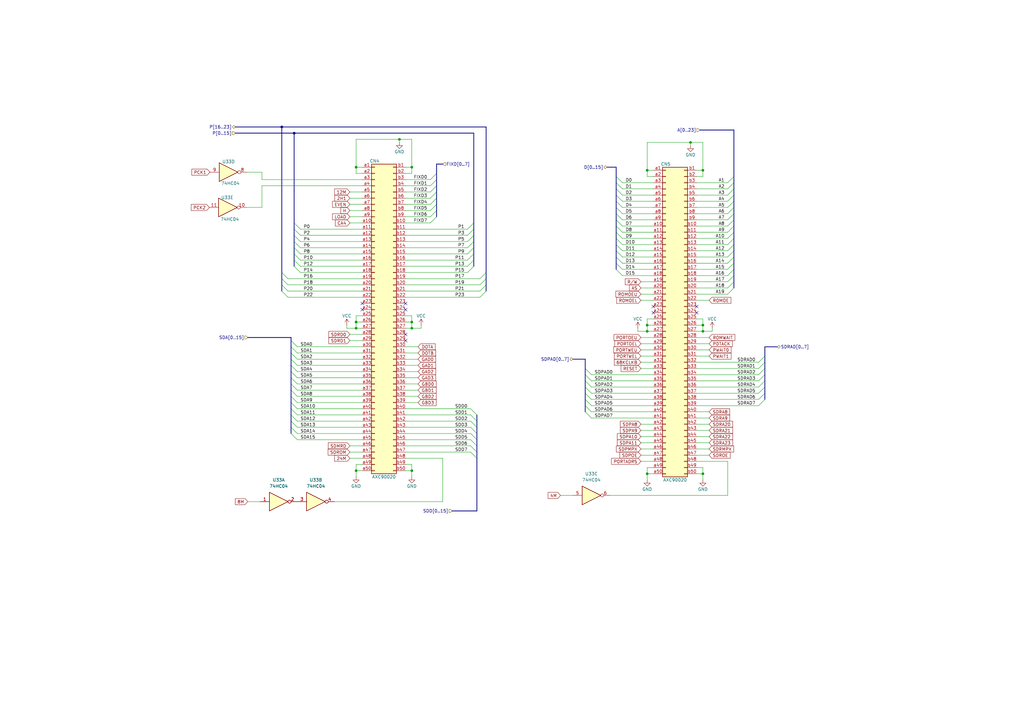
<source format=kicad_sch>
(kicad_sch (version 20211123) (generator eeschema)
  (paper "A3")
  (junction (at 265.43 194.31))
  (junction (at 265.43 133.35))
  (junction (at 283.21 58.42))
  (junction (at 168.91 193.04))
  (junction (at 163.83 57.15))
  (junction (at 146.05 193.04))
  (junction (at 146.05 132.08))
  (junction (at 265.43 69.85))
  (junction (at 115.57 52.07))
  (junction (at 168.91 68.58))
  (junction (at 168.91 134.62))
  (junction (at 288.29 194.31))
  (junction (at 146.05 134.62))
  (junction (at 288.29 69.85))
  (junction (at 146.05 68.58))
  (junction (at 288.29 135.89))
  (junction (at 265.43 135.89))
  (junction (at 120.65 54.61))
  (junction (at 288.29 133.35))
  (junction (at 168.91 132.08))
  (no_connect (at 148.59 124.46))
  (no_connect (at 148.59 127))
  (no_connect (at 166.37 127))
  (no_connect (at 166.37 124.46))
  (no_connect (at 166.37 137.16))
  (no_connect (at 166.37 139.7))
  (no_connect (at 267.97 128.27))
  (no_connect (at 267.97 125.73))
  (no_connect (at 285.75 128.27))
  (no_connect (at 285.75 125.73))
  (bus_entry (at 252.73 102.87) (size 2.54 2.54))
  (bus_entry (at 252.73 74.93) (size 2.54 2.54))
  (bus_entry (at 313.69 161.29) (size -2.54 2.54))
  (bus_entry (at 179.07 71.12) (size -2.54 2.54))
  (bus_entry (at 300.99 72.39) (size -2.54 2.54))
  (bus_entry (at 300.99 118.11) (size -2.54 2.54))
  (bus_entry (at 240.03 153.67) (size 2.54 2.54))
  (bus_entry (at 119.38 160.02) (size 2.54 2.54))
  (bus_entry (at 313.69 153.67) (size -2.54 2.54))
  (bus_entry (at 300.99 80.01) (size -2.54 2.54))
  (bus_entry (at 313.69 146.05) (size -2.54 2.54))
  (bus_entry (at 119.38 154.94) (size 2.54 2.54))
  (bus_entry (at 179.07 83.82) (size -2.54 2.54))
  (bus_entry (at 252.73 97.79) (size 2.54 2.54))
  (bus_entry (at 193.04 172.72) (size 2.54 2.54))
  (bus_entry (at 300.99 87.63) (size -2.54 2.54))
  (bus_entry (at 300.99 77.47) (size -2.54 2.54))
  (bus_entry (at 300.99 90.17) (size -2.54 2.54))
  (bus_entry (at 193.04 177.8) (size 2.54 2.54))
  (bus_entry (at 252.73 87.63) (size 2.54 2.54))
  (bus_entry (at 120.65 109.22) (size 2.54 2.54))
  (bus_entry (at 194.31 99.06) (size -2.54 2.54))
  (bus_entry (at 199.39 116.84) (size -2.54 2.54))
  (bus_entry (at 252.73 110.49) (size 2.54 2.54))
  (bus_entry (at 252.73 90.17) (size 2.54 2.54))
  (bus_entry (at 120.65 106.68) (size 2.54 2.54))
  (bus_entry (at 252.73 77.47) (size 2.54 2.54))
  (bus_entry (at 240.03 151.13) (size 2.54 2.54))
  (bus_entry (at 300.99 102.87) (size -2.54 2.54))
  (bus_entry (at 193.04 182.88) (size 2.54 2.54))
  (bus_entry (at 119.38 152.4) (size 2.54 2.54))
  (bus_entry (at 194.31 104.14) (size -2.54 2.54))
  (bus_entry (at 120.65 91.44) (size 2.54 2.54))
  (bus_entry (at 194.31 106.68) (size -2.54 2.54))
  (bus_entry (at 120.65 99.06) (size 2.54 2.54))
  (bus_entry (at 300.99 113.03) (size -2.54 2.54))
  (bus_entry (at 119.38 157.48) (size 2.54 2.54))
  (bus_entry (at 119.38 170.18) (size 2.54 2.54))
  (bus_entry (at 240.03 166.37) (size 2.54 2.54))
  (bus_entry (at 313.69 151.13) (size -2.54 2.54))
  (bus_entry (at 194.31 109.22) (size -2.54 2.54))
  (bus_entry (at 252.73 100.33) (size 2.54 2.54))
  (bus_entry (at 240.03 156.21) (size 2.54 2.54))
  (bus_entry (at 119.38 167.64) (size 2.54 2.54))
  (bus_entry (at 240.03 163.83) (size 2.54 2.54))
  (bus_entry (at 115.57 116.84) (size 2.54 2.54))
  (bus_entry (at 300.99 100.33) (size -2.54 2.54))
  (bus_entry (at 252.73 85.09) (size 2.54 2.54))
  (bus_entry (at 179.07 73.66) (size -2.54 2.54))
  (bus_entry (at 194.31 96.52) (size -2.54 2.54))
  (bus_entry (at 194.31 101.6) (size -2.54 2.54))
  (bus_entry (at 300.99 97.79) (size -2.54 2.54))
  (bus_entry (at 199.39 114.3) (size -2.54 2.54))
  (bus_entry (at 252.73 105.41) (size 2.54 2.54))
  (bus_entry (at 193.04 167.64) (size 2.54 2.54))
  (bus_entry (at 119.38 177.8) (size 2.54 2.54))
  (bus_entry (at 300.99 82.55) (size -2.54 2.54))
  (bus_entry (at 193.04 180.34) (size 2.54 2.54))
  (bus_entry (at 119.38 175.26) (size 2.54 2.54))
  (bus_entry (at 199.39 111.76) (size -2.54 2.54))
  (bus_entry (at 252.73 82.55) (size 2.54 2.54))
  (bus_entry (at 119.38 165.1) (size 2.54 2.54))
  (bus_entry (at 115.57 119.38) (size 2.54 2.54))
  (bus_entry (at 179.07 86.36) (size -2.54 2.54))
  (bus_entry (at 252.73 92.71) (size 2.54 2.54))
  (bus_entry (at 193.04 170.18) (size 2.54 2.54))
  (bus_entry (at 120.65 96.52) (size 2.54 2.54))
  (bus_entry (at 119.38 139.7) (size 2.54 2.54))
  (bus_entry (at 120.65 101.6) (size 2.54 2.54))
  (bus_entry (at 240.03 168.91) (size 2.54 2.54))
  (bus_entry (at 115.57 114.3) (size 2.54 2.54))
  (bus_entry (at 300.99 92.71) (size -2.54 2.54))
  (bus_entry (at 120.65 104.14) (size 2.54 2.54))
  (bus_entry (at 313.69 148.59) (size -2.54 2.54))
  (bus_entry (at 300.99 95.25) (size -2.54 2.54))
  (bus_entry (at 115.57 111.76) (size 2.54 2.54))
  (bus_entry (at 252.73 80.01) (size 2.54 2.54))
  (bus_entry (at 300.99 107.95) (size -2.54 2.54))
  (bus_entry (at 313.69 158.75) (size -2.54 2.54))
  (bus_entry (at 179.07 88.9) (size -2.54 2.54))
  (bus_entry (at 179.07 76.2) (size -2.54 2.54))
  (bus_entry (at 240.03 161.29) (size 2.54 2.54))
  (bus_entry (at 119.38 147.32) (size 2.54 2.54))
  (bus_entry (at 119.38 144.78) (size 2.54 2.54))
  (bus_entry (at 313.69 163.83) (size -2.54 2.54))
  (bus_entry (at 193.04 175.26) (size 2.54 2.54))
  (bus_entry (at 252.73 72.39) (size 2.54 2.54))
  (bus_entry (at 194.31 93.98) (size -2.54 2.54))
  (bus_entry (at 300.99 115.57) (size -2.54 2.54))
  (bus_entry (at 199.39 119.38) (size -2.54 2.54))
  (bus_entry (at 194.31 91.44) (size -2.54 2.54))
  (bus_entry (at 313.69 156.21) (size -2.54 2.54))
  (bus_entry (at 240.03 158.75) (size 2.54 2.54))
  (bus_entry (at 119.38 162.56) (size 2.54 2.54))
  (bus_entry (at 300.99 110.49) (size -2.54 2.54))
  (bus_entry (at 119.38 172.72) (size 2.54 2.54))
  (bus_entry (at 300.99 85.09) (size -2.54 2.54))
  (bus_entry (at 193.04 185.42) (size 2.54 2.54))
  (bus_entry (at 252.73 107.95) (size 2.54 2.54))
  (bus_entry (at 300.99 74.93) (size -2.54 2.54))
  (bus_entry (at 119.38 142.24) (size 2.54 2.54))
  (bus_entry (at 179.07 78.74) (size -2.54 2.54))
  (bus_entry (at 252.73 95.25) (size 2.54 2.54))
  (bus_entry (at 300.99 105.41) (size -2.54 2.54))
  (bus_entry (at 119.38 149.86) (size 2.54 2.54))
  (bus_entry (at 179.07 81.28) (size -2.54 2.54))
  (bus_entry (at 120.65 93.98) (size 2.54 2.54))
  (wire (pts (xy 290.83 138.43) (xy 285.75 138.43)))
  (wire (pts (xy 121.92 144.78) (xy 148.59 144.78)))
  (wire (pts (xy 146.05 190.5) (xy 146.05 193.04)))
  (wire (pts (xy 176.53 88.9) (xy 166.37 88.9)))
  (wire (pts (xy 265.43 133.35) (xy 265.43 135.89)))
  (wire (pts (xy 262.89 143.51) (xy 267.97 143.51)))
  (wire (pts (xy 146.05 57.15) (xy 163.83 57.15)))
  (wire (pts (xy 121.92 172.72) (xy 148.59 172.72)))
  (bus (pts (xy 120.65 96.52) (xy 120.65 93.98)))
  (wire (pts (xy 267.97 69.85) (xy 265.43 69.85)))
  (wire (pts (xy 298.45 85.09) (xy 285.75 85.09)))
  (wire (pts (xy 267.97 133.35) (xy 265.43 133.35)))
  (wire (pts (xy 146.05 193.04) (xy 148.59 193.04)))
  (wire (pts (xy 290.83 179.07) (xy 285.75 179.07)))
  (wire (pts (xy 191.77 96.52) (xy 166.37 96.52)))
  (bus (pts (xy 119.38 165.1) (xy 119.38 162.56)))
  (wire (pts (xy 262.89 115.57) (xy 267.97 115.57)))
  (wire (pts (xy 148.59 73.66) (xy 107.442 73.66)))
  (bus (pts (xy 300.99 74.93) (xy 300.99 72.39)))
  (bus (pts (xy 115.57 114.3) (xy 115.57 111.76)))
  (wire (pts (xy 196.85 119.38) (xy 166.37 119.38)))
  (bus (pts (xy 252.73 68.58) (xy 248.92 68.58)))
  (wire (pts (xy 146.05 71.12) (xy 146.05 68.58)))
  (bus (pts (xy 300.99 100.33) (xy 300.99 97.79)))
  (wire (pts (xy 168.91 190.5) (xy 168.91 193.04)))
  (wire (pts (xy 146.05 132.08) (xy 146.05 134.62)))
  (bus (pts (xy 300.99 110.49) (xy 300.99 107.95)))
  (wire (pts (xy 285.75 135.89) (xy 288.29 135.89)))
  (bus (pts (xy 240.03 151.13) (xy 240.03 153.67)))
  (wire (pts (xy 265.43 194.31) (xy 265.43 196.85)))
  (wire (pts (xy 265.43 191.77) (xy 265.43 194.31)))
  (bus (pts (xy 194.31 109.22) (xy 194.31 106.68)))
  (wire (pts (xy 118.11 116.84) (xy 148.59 116.84)))
  (wire (pts (xy 181.61 205.74) (xy 137.16 205.74)))
  (bus (pts (xy 119.38 177.8) (xy 119.38 175.26)))
  (wire (pts (xy 262.89 138.43) (xy 267.97 138.43)))
  (wire (pts (xy 290.83 123.19) (xy 285.75 123.19)))
  (wire (pts (xy 267.97 191.77) (xy 265.43 191.77)))
  (wire (pts (xy 193.04 167.64) (xy 166.37 167.64)))
  (bus (pts (xy 240.03 147.32) (xy 240.03 151.13)))
  (wire (pts (xy 298.45 87.63) (xy 285.75 87.63)))
  (wire (pts (xy 262.89 151.13) (xy 267.97 151.13)))
  (bus (pts (xy 240.03 163.83) (xy 240.03 166.37)))
  (wire (pts (xy 288.29 194.31) (xy 288.29 196.85)))
  (wire (pts (xy 121.92 152.4) (xy 148.59 152.4)))
  (wire (pts (xy 298.45 80.01) (xy 285.75 80.01)))
  (wire (pts (xy 255.27 97.79) (xy 267.97 97.79)))
  (wire (pts (xy 288.29 130.81) (xy 288.29 133.35)))
  (bus (pts (xy 300.99 113.03) (xy 300.99 110.49)))
  (bus (pts (xy 96.52 52.07) (xy 115.57 52.07)))
  (wire (pts (xy 288.29 133.35) (xy 288.29 135.89)))
  (wire (pts (xy 123.19 96.52) (xy 148.59 96.52)))
  (bus (pts (xy 115.57 119.38) (xy 115.57 116.84)))
  (bus (pts (xy 120.65 106.68) (xy 120.65 104.14)))
  (bus (pts (xy 252.73 77.47) (xy 252.73 74.93)))
  (wire (pts (xy 311.15 148.59) (xy 285.75 148.59)))
  (wire (pts (xy 166.37 134.62) (xy 168.91 134.62)))
  (wire (pts (xy 121.92 162.56) (xy 148.59 162.56)))
  (wire (pts (xy 121.92 157.48) (xy 148.59 157.48)))
  (wire (pts (xy 191.77 109.22) (xy 166.37 109.22)))
  (wire (pts (xy 262.89 184.15) (xy 267.97 184.15)))
  (wire (pts (xy 166.37 187.96) (xy 181.61 187.96)))
  (bus (pts (xy 119.38 162.56) (xy 119.38 160.02)))
  (bus (pts (xy 240.03 156.21) (xy 240.03 158.75)))
  (bus (pts (xy 318.77 142.24) (xy 313.69 142.24)))
  (wire (pts (xy 242.57 158.75) (xy 267.97 158.75)))
  (bus (pts (xy 101.6 138.43) (xy 119.38 138.43)))
  (bus (pts (xy 199.39 116.84) (xy 199.39 114.3)))
  (wire (pts (xy 191.77 93.98) (xy 166.37 93.98)))
  (wire (pts (xy 163.83 57.15) (xy 163.83 58.42)))
  (wire (pts (xy 255.27 110.49) (xy 267.97 110.49)))
  (bus (pts (xy 300.99 72.39) (xy 300.99 53.34)))
  (bus (pts (xy 194.31 106.68) (xy 194.31 104.14)))
  (bus (pts (xy 119.38 139.7) (xy 119.38 138.43)))
  (bus (pts (xy 119.38 170.18) (xy 119.38 167.64)))
  (wire (pts (xy 123.19 111.76) (xy 148.59 111.76)))
  (wire (pts (xy 242.57 166.37) (xy 267.97 166.37)))
  (wire (pts (xy 290.83 186.69) (xy 285.75 186.69)))
  (bus (pts (xy 234.95 147.32) (xy 240.03 147.32)))
  (bus (pts (xy 179.07 67.31) (xy 181.61 67.31)))
  (wire (pts (xy 290.83 171.45) (xy 285.75 171.45)))
  (wire (pts (xy 148.59 132.08) (xy 146.05 132.08)))
  (bus (pts (xy 119.38 167.64) (xy 119.38 165.1)))
  (wire (pts (xy 261.62 134.62) (xy 261.62 135.89)))
  (bus (pts (xy 199.39 119.38) (xy 199.39 116.84)))
  (bus (pts (xy 194.31 101.6) (xy 194.31 99.06)))
  (wire (pts (xy 311.15 166.37) (xy 285.75 166.37)))
  (wire (pts (xy 143.51 187.96) (xy 148.59 187.96)))
  (bus (pts (xy 252.73 87.63) (xy 252.73 85.09)))
  (wire (pts (xy 148.59 134.62) (xy 146.05 134.62)))
  (wire (pts (xy 168.91 71.12) (xy 166.37 71.12)))
  (bus (pts (xy 300.99 118.11) (xy 300.99 115.57)))
  (wire (pts (xy 288.29 69.85) (xy 285.75 69.85)))
  (wire (pts (xy 288.29 194.31) (xy 285.75 194.31)))
  (bus (pts (xy 195.58 172.72) (xy 195.58 175.26)))
  (wire (pts (xy 288.29 135.89) (xy 292.1 135.89)))
  (bus (pts (xy 300.99 115.57) (xy 300.99 113.03)))
  (wire (pts (xy 123.19 99.06) (xy 148.59 99.06)))
  (wire (pts (xy 290.83 143.51) (xy 285.75 143.51)))
  (wire (pts (xy 290.83 173.99) (xy 285.75 173.99)))
  (bus (pts (xy 120.65 54.61) (xy 194.31 54.61)))
  (bus (pts (xy 300.99 85.09) (xy 300.99 82.55)))
  (wire (pts (xy 168.91 129.54) (xy 168.91 132.08)))
  (wire (pts (xy 191.77 99.06) (xy 166.37 99.06)))
  (wire (pts (xy 298.45 97.79) (xy 285.75 97.79)))
  (wire (pts (xy 176.53 83.82) (xy 166.37 83.82)))
  (wire (pts (xy 168.91 193.04) (xy 168.91 195.58)))
  (wire (pts (xy 121.92 160.02) (xy 148.59 160.02)))
  (wire (pts (xy 123.19 101.6) (xy 148.59 101.6)))
  (wire (pts (xy 298.45 118.11) (xy 285.75 118.11)))
  (wire (pts (xy 288.29 69.85) (xy 288.29 72.39)))
  (wire (pts (xy 262.89 123.19) (xy 267.97 123.19)))
  (wire (pts (xy 285.75 130.81) (xy 288.29 130.81)))
  (wire (pts (xy 121.92 142.24) (xy 148.59 142.24)))
  (bus (pts (xy 120.65 101.6) (xy 120.65 99.06)))
  (bus (pts (xy 240.03 153.67) (xy 240.03 156.21)))
  (wire (pts (xy 262.89 176.53) (xy 267.97 176.53)))
  (bus (pts (xy 119.38 157.48) (xy 119.38 154.94)))
  (wire (pts (xy 298.45 95.25) (xy 285.75 95.25)))
  (wire (pts (xy 191.77 101.6) (xy 166.37 101.6)))
  (bus (pts (xy 194.31 96.52) (xy 194.31 93.98)))
  (wire (pts (xy 298.45 115.57) (xy 285.75 115.57)))
  (wire (pts (xy 121.92 177.8) (xy 148.59 177.8)))
  (wire (pts (xy 255.27 90.17) (xy 267.97 90.17)))
  (wire (pts (xy 191.77 104.14) (xy 166.37 104.14)))
  (wire (pts (xy 191.77 106.68) (xy 166.37 106.68)))
  (bus (pts (xy 313.69 146.05) (xy 313.69 148.59)))
  (bus (pts (xy 252.73 90.17) (xy 252.73 87.63)))
  (bus (pts (xy 195.58 177.8) (xy 195.58 180.34)))
  (wire (pts (xy 267.97 135.89) (xy 265.43 135.89)))
  (wire (pts (xy 171.45 165.1) (xy 166.37 165.1)))
  (wire (pts (xy 143.51 185.42) (xy 148.59 185.42)))
  (wire (pts (xy 121.92 149.86) (xy 148.59 149.86)))
  (wire (pts (xy 176.53 86.36) (xy 166.37 86.36)))
  (wire (pts (xy 146.05 68.58) (xy 146.05 57.15)))
  (wire (pts (xy 176.53 73.66) (xy 166.37 73.66)))
  (bus (pts (xy 195.58 175.26) (xy 195.58 177.8)))
  (bus (pts (xy 313.69 151.13) (xy 313.69 153.67)))
  (wire (pts (xy 121.92 165.1) (xy 148.59 165.1)))
  (wire (pts (xy 193.04 180.34) (xy 166.37 180.34)))
  (wire (pts (xy 121.92 154.94) (xy 148.59 154.94)))
  (bus (pts (xy 96.52 54.61) (xy 120.65 54.61)))
  (wire (pts (xy 262.89 140.97) (xy 267.97 140.97)))
  (wire (pts (xy 171.45 162.56) (xy 166.37 162.56)))
  (wire (pts (xy 288.29 191.77) (xy 288.29 194.31)))
  (wire (pts (xy 298.45 120.65) (xy 285.75 120.65)))
  (wire (pts (xy 123.19 106.68) (xy 148.59 106.68)))
  (wire (pts (xy 171.45 157.48) (xy 166.37 157.48)))
  (bus (pts (xy 119.38 160.02) (xy 119.38 157.48)))
  (wire (pts (xy 262.89 186.69) (xy 267.97 186.69)))
  (bus (pts (xy 195.58 187.96) (xy 195.58 209.55)))
  (wire (pts (xy 288.29 58.42) (xy 288.29 69.85)))
  (wire (pts (xy 292.1 134.62) (xy 292.1 135.89)))
  (bus (pts (xy 194.31 54.61) (xy 194.31 91.44)))
  (wire (pts (xy 181.61 187.96) (xy 181.61 205.74)))
  (wire (pts (xy 229.87 203.2) (xy 234.95 203.2)))
  (bus (pts (xy 199.39 52.07) (xy 115.57 52.07)))
  (bus (pts (xy 252.73 74.93) (xy 252.73 72.39)))
  (wire (pts (xy 298.45 74.93) (xy 285.75 74.93)))
  (wire (pts (xy 262.89 179.07) (xy 267.97 179.07)))
  (wire (pts (xy 242.57 168.91) (xy 267.97 168.91)))
  (wire (pts (xy 290.83 146.05) (xy 285.75 146.05)))
  (wire (pts (xy 255.27 105.41) (xy 267.97 105.41)))
  (wire (pts (xy 290.83 184.15) (xy 285.75 184.15)))
  (wire (pts (xy 171.45 144.78) (xy 166.37 144.78)))
  (bus (pts (xy 120.65 109.22) (xy 120.65 106.68)))
  (wire (pts (xy 255.27 87.63) (xy 267.97 87.63)))
  (bus (pts (xy 313.69 161.29) (xy 313.69 163.83)))
  (bus (pts (xy 179.07 86.36) (xy 179.07 83.82)))
  (bus (pts (xy 287.02 53.34) (xy 300.99 53.34)))
  (wire (pts (xy 143.51 182.88) (xy 148.59 182.88)))
  (bus (pts (xy 300.99 95.25) (xy 300.99 92.71)))
  (bus (pts (xy 199.39 114.3) (xy 199.39 111.76)))
  (wire (pts (xy 255.27 100.33) (xy 267.97 100.33)))
  (wire (pts (xy 265.43 72.39) (xy 265.43 69.85)))
  (wire (pts (xy 193.04 185.42) (xy 166.37 185.42)))
  (wire (pts (xy 166.37 132.08) (xy 168.91 132.08)))
  (bus (pts (xy 119.38 152.4) (xy 119.38 149.86)))
  (wire (pts (xy 118.11 121.92) (xy 148.59 121.92)))
  (wire (pts (xy 143.51 91.44) (xy 148.59 91.44)))
  (wire (pts (xy 265.43 130.81) (xy 265.43 133.35)))
  (bus (pts (xy 252.73 107.95) (xy 252.73 105.41)))
  (bus (pts (xy 119.38 142.24) (xy 119.38 139.7)))
  (wire (pts (xy 171.45 152.4) (xy 166.37 152.4)))
  (wire (pts (xy 311.15 163.83) (xy 285.75 163.83)))
  (wire (pts (xy 171.45 147.32) (xy 166.37 147.32)))
  (bus (pts (xy 194.31 93.98) (xy 194.31 91.44)))
  (bus (pts (xy 252.73 82.55) (xy 252.73 80.01)))
  (wire (pts (xy 242.57 163.83) (xy 267.97 163.83)))
  (wire (pts (xy 285.75 133.35) (xy 288.29 133.35)))
  (wire (pts (xy 262.89 189.23) (xy 267.97 189.23)))
  (wire (pts (xy 171.45 160.02) (xy 166.37 160.02)))
  (wire (pts (xy 298.45 189.23) (xy 285.75 189.23)))
  (bus (pts (xy 300.99 92.71) (xy 300.99 90.17)))
  (wire (pts (xy 123.19 109.22) (xy 148.59 109.22)))
  (bus (pts (xy 252.73 102.87) (xy 252.73 100.33)))
  (wire (pts (xy 171.45 154.94) (xy 166.37 154.94)))
  (wire (pts (xy 242.57 156.21) (xy 267.97 156.21)))
  (bus (pts (xy 300.99 105.41) (xy 300.99 102.87)))
  (wire (pts (xy 123.19 104.14) (xy 148.59 104.14)))
  (wire (pts (xy 143.51 137.16) (xy 148.59 137.16)))
  (wire (pts (xy 265.43 194.31) (xy 267.97 194.31)))
  (wire (pts (xy 311.15 156.21) (xy 285.75 156.21)))
  (wire (pts (xy 118.11 114.3) (xy 148.59 114.3)))
  (bus (pts (xy 195.58 185.42) (xy 195.58 187.96)))
  (wire (pts (xy 298.45 100.33) (xy 285.75 100.33)))
  (bus (pts (xy 119.38 175.26) (xy 119.38 172.72)))
  (bus (pts (xy 252.73 95.25) (xy 252.73 92.71)))
  (bus (pts (xy 300.99 80.01) (xy 300.99 77.47)))
  (wire (pts (xy 255.27 85.09) (xy 267.97 85.09)))
  (wire (pts (xy 143.51 81.28) (xy 148.59 81.28)))
  (bus (pts (xy 252.73 105.41) (xy 252.73 102.87)))
  (wire (pts (xy 193.04 170.18) (xy 166.37 170.18)))
  (wire (pts (xy 168.91 193.04) (xy 166.37 193.04)))
  (wire (pts (xy 168.91 68.58) (xy 166.37 68.58)))
  (wire (pts (xy 255.27 113.03) (xy 267.97 113.03)))
  (bus (pts (xy 179.07 88.9) (xy 179.07 86.36)))
  (bus (pts (xy 252.73 80.01) (xy 252.73 77.47)))
  (wire (pts (xy 196.85 121.92) (xy 166.37 121.92)))
  (wire (pts (xy 290.83 176.53) (xy 285.75 176.53)))
  (wire (pts (xy 267.97 130.81) (xy 265.43 130.81)))
  (wire (pts (xy 288.29 72.39) (xy 285.75 72.39)))
  (wire (pts (xy 298.45 110.49) (xy 285.75 110.49)))
  (wire (pts (xy 255.27 95.25) (xy 267.97 95.25)))
  (bus (pts (xy 199.39 111.76) (xy 199.39 52.07)))
  (wire (pts (xy 148.59 71.12) (xy 146.05 71.12)))
  (bus (pts (xy 240.03 158.75) (xy 240.03 161.29)))
  (bus (pts (xy 179.07 71.12) (xy 179.07 67.31)))
  (wire (pts (xy 121.92 175.26) (xy 148.59 175.26)))
  (wire (pts (xy 242.57 153.67) (xy 267.97 153.67)))
  (bus (pts (xy 252.73 110.49) (xy 252.73 107.95)))
  (wire (pts (xy 255.27 102.87) (xy 267.97 102.87)))
  (bus (pts (xy 195.58 180.34) (xy 195.58 182.88)))
  (bus (pts (xy 313.69 142.24) (xy 313.69 146.05)))
  (wire (pts (xy 121.92 180.34) (xy 148.59 180.34)))
  (wire (pts (xy 146.05 134.62) (xy 142.24 134.62)))
  (wire (pts (xy 311.15 153.67) (xy 285.75 153.67)))
  (wire (pts (xy 107.442 85.09) (xy 107.442 76.2)))
  (wire (pts (xy 168.91 68.58) (xy 168.91 71.12)))
  (wire (pts (xy 146.05 193.04) (xy 146.05 195.58)))
  (wire (pts (xy 311.15 151.13) (xy 285.75 151.13)))
  (wire (pts (xy 142.24 133.35) (xy 142.24 134.62)))
  (wire (pts (xy 143.51 139.7) (xy 148.59 139.7)))
  (wire (pts (xy 265.43 69.85) (xy 265.43 58.42)))
  (wire (pts (xy 290.83 181.61) (xy 285.75 181.61)))
  (bus (pts (xy 313.69 153.67) (xy 313.69 156.21)))
  (wire (pts (xy 255.27 92.71) (xy 267.97 92.71)))
  (bus (pts (xy 252.73 97.79) (xy 252.73 95.25)))
  (wire (pts (xy 193.04 175.26) (xy 166.37 175.26)))
  (bus (pts (xy 179.07 83.82) (xy 179.07 81.28)))
  (wire (pts (xy 283.21 58.42) (xy 288.29 58.42)))
  (bus (pts (xy 120.65 99.06) (xy 120.65 96.52)))
  (wire (pts (xy 250.19 203.2) (xy 298.45 203.2)))
  (bus (pts (xy 119.38 154.94) (xy 119.38 152.4)))
  (wire (pts (xy 163.83 57.15) (xy 168.91 57.15)))
  (wire (pts (xy 121.92 147.32) (xy 148.59 147.32)))
  (wire (pts (xy 166.37 129.54) (xy 168.91 129.54)))
  (wire (pts (xy 168.91 57.15) (xy 168.91 68.58)))
  (wire (pts (xy 262.89 146.05) (xy 267.97 146.05)))
  (bus (pts (xy 300.99 87.63) (xy 300.99 85.09)))
  (bus (pts (xy 119.38 172.72) (xy 119.38 170.18)))
  (wire (pts (xy 255.27 82.55) (xy 267.97 82.55)))
  (wire (pts (xy 255.27 74.93) (xy 267.97 74.93)))
  (wire (pts (xy 107.442 73.66) (xy 107.442 70.612)))
  (wire (pts (xy 193.04 177.8) (xy 166.37 177.8)))
  (bus (pts (xy 300.99 97.79) (xy 300.99 95.25)))
  (wire (pts (xy 193.04 182.88) (xy 166.37 182.88)))
  (wire (pts (xy 255.27 80.01) (xy 267.97 80.01)))
  (wire (pts (xy 121.92 170.18) (xy 148.59 170.18)))
  (wire (pts (xy 290.83 168.91) (xy 285.75 168.91)))
  (wire (pts (xy 123.19 93.98) (xy 148.59 93.98)))
  (bus (pts (xy 120.65 93.98) (xy 120.65 91.44)))
  (wire (pts (xy 311.15 161.29) (xy 285.75 161.29)))
  (bus (pts (xy 194.31 104.14) (xy 194.31 101.6)))
  (wire (pts (xy 285.75 191.77) (xy 288.29 191.77)))
  (bus (pts (xy 119.38 147.32) (xy 119.38 144.78)))
  (bus (pts (xy 185.42 209.55) (xy 195.58 209.55)))
  (wire (pts (xy 107.442 70.612) (xy 101.346 70.612)))
  (bus (pts (xy 313.69 158.75) (xy 313.69 161.29)))
  (wire (pts (xy 255.27 107.95) (xy 267.97 107.95)))
  (bus (pts (xy 120.65 91.44) (xy 120.65 54.61)))
  (wire (pts (xy 265.43 135.89) (xy 261.62 135.89)))
  (wire (pts (xy 176.53 78.74) (xy 166.37 78.74)))
  (wire (pts (xy 143.51 86.36) (xy 148.59 86.36)))
  (wire (pts (xy 171.45 149.86) (xy 166.37 149.86)))
  (wire (pts (xy 107.442 76.2) (xy 148.59 76.2)))
  (wire (pts (xy 298.45 113.03) (xy 285.75 113.03)))
  (wire (pts (xy 191.77 111.76) (xy 166.37 111.76)))
  (bus (pts (xy 252.73 92.71) (xy 252.73 90.17)))
  (wire (pts (xy 298.45 82.55) (xy 285.75 82.55)))
  (wire (pts (xy 298.45 92.71) (xy 285.75 92.71)))
  (bus (pts (xy 179.07 73.66) (xy 179.07 71.12)))
  (wire (pts (xy 193.04 172.72) (xy 166.37 172.72)))
  (bus (pts (xy 194.31 99.06) (xy 194.31 96.52)))
  (wire (pts (xy 311.15 158.75) (xy 285.75 158.75)))
  (wire (pts (xy 143.51 88.9) (xy 148.59 88.9)))
  (bus (pts (xy 179.07 76.2) (xy 179.07 73.66)))
  (wire (pts (xy 148.59 190.5) (xy 146.05 190.5)))
  (wire (pts (xy 146.05 129.54) (xy 146.05 132.08)))
  (wire (pts (xy 196.85 116.84) (xy 166.37 116.84)))
  (wire (pts (xy 298.45 203.2) (xy 298.45 189.23)))
  (bus (pts (xy 240.03 161.29) (xy 240.03 163.83)))
  (wire (pts (xy 166.37 190.5) (xy 168.91 190.5)))
  (wire (pts (xy 290.83 140.97) (xy 285.75 140.97)))
  (bus (pts (xy 252.73 85.09) (xy 252.73 82.55)))
  (wire (pts (xy 262.89 181.61) (xy 267.97 181.61)))
  (wire (pts (xy 298.45 105.41) (xy 285.75 105.41)))
  (wire (pts (xy 101.092 85.09) (xy 107.442 85.09)))
  (bus (pts (xy 300.99 102.87) (xy 300.99 100.33)))
  (wire (pts (xy 298.45 77.47) (xy 285.75 77.47)))
  (bus (pts (xy 119.38 149.86) (xy 119.38 147.32)))
  (wire (pts (xy 262.89 120.65) (xy 267.97 120.65)))
  (bus (pts (xy 179.07 78.74) (xy 179.07 76.2)))
  (wire (pts (xy 255.27 77.47) (xy 267.97 77.47)))
  (wire (pts (xy 242.57 161.29) (xy 267.97 161.29)))
  (wire (pts (xy 196.85 114.3) (xy 166.37 114.3)))
  (wire (pts (xy 242.57 171.45) (xy 267.97 171.45)))
  (wire (pts (xy 143.51 83.82) (xy 148.59 83.82)))
  (wire (pts (xy 176.53 76.2) (xy 166.37 76.2)))
  (wire (pts (xy 176.53 81.28) (xy 166.37 81.28)))
  (bus (pts (xy 300.99 107.95) (xy 300.99 105.41)))
  (bus (pts (xy 300.99 82.55) (xy 300.99 80.01)))
  (wire (pts (xy 148.59 129.54) (xy 146.05 129.54)))
  (wire (pts (xy 171.45 142.24) (xy 166.37 142.24)))
  (wire (pts (xy 168.91 132.08) (xy 168.91 134.62)))
  (bus (pts (xy 313.69 156.21) (xy 313.69 158.75)))
  (bus (pts (xy 300.99 77.47) (xy 300.99 74.93)))
  (wire (pts (xy 143.51 78.74) (xy 148.59 78.74)))
  (wire (pts (xy 298.45 107.95) (xy 285.75 107.95)))
  (wire (pts (xy 265.43 58.42) (xy 283.21 58.42)))
  (bus (pts (xy 300.99 90.17) (xy 300.99 87.63)))
  (wire (pts (xy 298.45 102.87) (xy 285.75 102.87)))
  (bus (pts (xy 252.73 72.39) (xy 252.73 68.58)))
  (wire (pts (xy 121.92 167.64) (xy 148.59 167.64)))
  (bus (pts (xy 120.65 104.14) (xy 120.65 101.6)))
  (bus (pts (xy 119.38 144.78) (xy 119.38 142.24)))
  (bus (pts (xy 195.58 170.18) (xy 195.58 172.72)))
  (wire (pts (xy 118.11 119.38) (xy 148.59 119.38)))
  (bus (pts (xy 115.57 116.84) (xy 115.57 114.3)))
  (bus (pts (xy 179.07 81.28) (xy 179.07 78.74)))
  (bus (pts (xy 240.03 166.37) (xy 240.03 168.91)))
  (wire (pts (xy 262.89 148.59) (xy 267.97 148.59)))
  (wire (pts (xy 168.91 134.62) (xy 172.72 134.62)))
  (wire (pts (xy 101.6 205.74) (xy 106.68 205.74)))
  (wire (pts (xy 172.72 133.35) (xy 172.72 134.62)))
  (wire (pts (xy 283.21 58.42) (xy 283.21 59.69)))
  (wire (pts (xy 176.53 91.44) (xy 166.37 91.44)))
  (bus (pts (xy 313.69 148.59) (xy 313.69 151.13)))
  (bus (pts (xy 195.58 182.88) (xy 195.58 185.42)))
  (wire (pts (xy 262.89 173.99) (xy 267.97 173.99)))
  (wire (pts (xy 298.45 90.17) (xy 285.75 90.17)))
  (bus (pts (xy 115.57 111.76) (xy 115.57 52.07)))
  (wire (pts (xy 267.97 72.39) (xy 265.43 72.39)))
  (wire (pts (xy 262.89 118.11) (xy 267.97 118.11)))
  (wire (pts (xy 148.59 68.58) (xy 146.05 68.58)))
  (bus (pts (xy 252.73 100.33) (xy 252.73 97.79)))
  (label "D3" (at 256.54 82.55 0))
  (label "SDA7" (at 123.19 160.02 0))
  (label "FIXD2" (at 175.26 78.74 180))
  (label "A6" (at 297.18 87.63 180))
  (label "SDA11" (at 123.19 170.18 0))
  (label "P20" (at 124.46 119.38 0))
  (label "A15" (at 297.18 110.49 180))
  (label "SDPAD3" (at 243.84 161.29 0))
  (label "SDA8" (at 123.19 162.56 0))
  (label "D1" (at 256.54 77.47 0))
  (label "SDA12" (at 123.19 172.72 0))
  (label "P11" (at 190.5 106.68 180))
  (label "FIXD6" (at 175.26 88.9 180))
  (label "FIXD7" (at 175.26 91.44 180))
  (label "A9" (at 297.18 95.25 180))
  (label "D11" (at 256.54 102.87 0))
  (label "SDPAD7" (at 243.84 171.45 0))
  (label "A4" (at 297.18 82.55 180))
  (label "A19" (at 297.18 120.65 180))
  (label "P1" (at 190.5 93.98 180))
  (label "P0" (at 124.46 93.98 0))
  (label "P21" (at 190.5 119.38 180))
  (label "D0" (at 256.54 74.93 0))
  (label "SDA1" (at 123.19 144.78 0))
  (label "SDPAD0" (at 243.84 153.67 0))
  (label "SDPAD6" (at 243.84 168.91 0))
  (label "P13" (at 190.5 109.22 180))
  (label "D12" (at 256.54 105.41 0))
  (label "SDD2" (at 191.77 172.72 180))
  (label "A8" (at 297.18 92.71 180))
  (label "A16" (at 297.18 113.03 180))
  (label "SDD0" (at 191.77 167.64 180))
  (label "SDA0" (at 123.19 142.24 0))
  (label "SDA4" (at 123.19 152.4 0))
  (label "D10" (at 256.54 100.33 0))
  (label "P16" (at 124.46 114.3 0))
  (label "P23" (at 190.5 121.92 180))
  (label "P9" (at 190.5 104.14 180))
  (label "SDRAD3" (at 309.88 156.21 180))
  (label "P3" (at 190.5 96.52 180))
  (label "SDD3" (at 191.77 175.26 180))
  (label "P15" (at 190.5 111.76 180))
  (label "D4" (at 256.54 85.09 0))
  (label "P12" (at 124.46 109.22 0))
  (label "P18" (at 124.46 116.84 0))
  (label "A18" (at 297.18 118.11 180))
  (label "P2" (at 124.46 96.52 0))
  (label "FIXD4" (at 175.26 83.82 180))
  (label "P14" (at 124.46 111.76 0))
  (label "SDRAD5" (at 309.88 161.29 180))
  (label "P10" (at 124.46 106.68 0))
  (label "D14" (at 256.54 110.49 0))
  (label "D8" (at 256.54 95.25 0))
  (label "SDD6" (at 191.77 182.88 180))
  (label "SDRAD6" (at 309.88 163.83 180))
  (label "A7" (at 297.18 90.17 180))
  (label "D7" (at 256.54 92.71 0))
  (label "A13" (at 297.18 105.41 180))
  (label "SDA14" (at 123.19 177.8 0))
  (label "SDA13" (at 123.19 175.26 0))
  (label "SDA3" (at 123.19 149.86 0))
  (label "SDA6" (at 123.19 157.48 0))
  (label "A11" (at 297.18 100.33 180))
  (label "A17" (at 297.18 115.57 180))
  (label "SDD5" (at 191.77 180.34 180))
  (label "SDD4" (at 191.77 177.8 180))
  (label "P6" (at 124.46 101.6 0))
  (label "SDA9" (at 123.19 165.1 0))
  (label "P17" (at 190.5 114.3 180))
  (label "P19" (at 190.5 116.84 180))
  (label "FIXD5" (at 175.26 86.36 180))
  (label "SDPAD1" (at 243.84 156.21 0))
  (label "A3" (at 297.18 80.01 180))
  (label "A14" (at 297.18 107.95 180))
  (label "D6" (at 256.54 90.17 0))
  (label "A10" (at 297.18 97.79 180))
  (label "A2" (at 297.18 77.47 180))
  (label "SDPAD4" (at 243.84 163.83 0))
  (label "A1" (at 297.18 74.93 180))
  (label "D13" (at 256.54 107.95 0))
  (label "D9" (at 256.54 97.79 0))
  (label "SDPAD2" (at 243.84 158.75 0))
  (label "A5" (at 297.18 85.09 180))
  (label "FIXD0" (at 175.26 73.66 180))
  (label "A12" (at 297.18 102.87 180))
  (label "SDRAD1" (at 309.88 151.13 180))
  (label "SDRAD4" (at 309.88 158.75 180))
  (label "D5" (at 256.54 87.63 0))
  (label "P22" (at 124.46 121.92 0))
  (label "SDRAD7" (at 309.88 166.37 180))
  (label "P4" (at 124.46 99.06 0))
  (label "SDD1" (at 191.77 170.18 180))
  (label "FIXD1" (at 175.26 76.2 180))
  (label "D15" (at 256.54 113.03 0))
  (label "SDA10" (at 123.19 167.64 0))
  (label "SDA5" (at 123.19 154.94 0))
  (label "SDRAD2" (at 309.88 153.67 180))
  (label "P5" (at 190.5 99.06 180))
  (label "FIXD3" (at 175.26 81.28 180))
  (label "D2" (at 256.54 80.01 0))
  (label "P8" (at 124.46 104.14 0))
  (label "SDA2" (at 123.19 147.32 0))
  (label "SDRAD0" (at 309.88 148.59 180))
  (label "SDA15" (at 123.19 180.34 0))
  (label "P7" (at 190.5 101.6 180))
  (label "SDPAD5" (at 243.84 166.37 0))
  (label "SDD7" (at 191.77 185.42 180))
  (global_label "GAD1" (shape input) (at 171.45 149.86 0) (property "Intersheet References" "${INTERSHEET_REFS}" (effects hide)))
  (global_label "PORTWEU" (shape input) (at 262.89 143.51 180) (property "Intersheet References" "${INTERSHEET_REFS}" (effects hide)))
  (global_label "8M" (shape input) (at 101.6 205.74 180) (property "Intersheet References" "${INTERSHEET_REFS}" (effects hide)))
  (global_label "GAD2" (shape input) (at 171.45 152.4 0) (property "Intersheet References" "${INTERSHEET_REFS}" (effects hide)))
  (global_label "PORTOEU" (shape input) (at 262.89 138.43 180) (property "Intersheet References" "${INTERSHEET_REFS}" (effects hide)))
  (global_label "SDRA20" (shape input) (at 290.83 173.99 0) (property "Intersheet References" "${INTERSHEET_REFS}" (effects hide)))
  (global_label "4M" (shape input) (at 229.87 203.2 180) (property "Intersheet References" "${INTERSHEET_REFS}" (effects hide)))
  (global_label "H" (shape input) (at 143.51 86.36 180) (property "Intersheet References" "${INTERSHEET_REFS}" (effects hide)))
  (global_label "68KCLKB" (shape input) (at 262.89 148.59 180) (property "Intersheet References" "${INTERSHEET_REFS}" (effects hide)))
  (global_label "ROMWAIT" (shape input) (at 290.83 138.43 0) (property "Intersheet References" "${INTERSHEET_REFS}" (effects hide)))
  (global_label "PORTWEL" (shape input) (at 262.89 146.05 180) (property "Intersheet References" "${INTERSHEET_REFS}" (effects hide)))
  (global_label "2H1" (shape input) (at 143.51 81.28 180) (property "Intersheet References" "${INTERSHEET_REFS}" (effects hide)))
  (global_label "SDROM" (shape input) (at 143.51 185.42 180) (property "Intersheet References" "${INTERSHEET_REFS}" (effects hide)))
  (global_label "PDTACK" (shape input) (at 290.83 140.97 0) (property "Intersheet References" "${INTERSHEET_REFS}" (effects hide)))
  (global_label "SDPMPX" (shape input) (at 262.89 184.15 180) (property "Intersheet References" "${INTERSHEET_REFS}" (effects hide)))
  (global_label "RESET" (shape input) (at 262.89 151.13 180) (property "Intersheet References" "${INTERSHEET_REFS}" (effects hide)))
  (global_label "SDRA9" (shape input) (at 290.83 171.45 0) (property "Intersheet References" "${INTERSHEET_REFS}" (effects hide)))
  (global_label "GBD1" (shape input) (at 171.45 160.02 0) (property "Intersheet References" "${INTERSHEET_REFS}" (effects hide)))
  (global_label "SDRA23" (shape input) (at 290.83 181.61 0) (property "Intersheet References" "${INTERSHEET_REFS}" (effects hide)))
  (global_label "SDRA8" (shape input) (at 290.83 168.91 0) (property "Intersheet References" "${INTERSHEET_REFS}" (effects hide)))
  (global_label "SDPA11" (shape input) (at 262.89 181.61 180) (property "Intersheet References" "${INTERSHEET_REFS}" (effects hide)))
  (global_label "SDRD1" (shape input) (at 143.51 139.7 180) (property "Intersheet References" "${INTERSHEET_REFS}" (effects hide)))
  (global_label "SDROE" (shape input) (at 290.83 186.69 0) (property "Intersheet References" "${INTERSHEET_REFS}" (effects hide)))
  (global_label "SDRA21" (shape input) (at 290.83 176.53 0) (property "Intersheet References" "${INTERSHEET_REFS}" (effects hide)))
  (global_label "DOTB" (shape input) (at 171.45 144.78 0) (property "Intersheet References" "${INTERSHEET_REFS}" (effects hide)))
  (global_label "SDRD0" (shape input) (at 143.51 137.16 180) (property "Intersheet References" "${INTERSHEET_REFS}" (effects hide)))
  (global_label "PWAIT0" (shape input) (at 290.83 143.51 0) (property "Intersheet References" "${INTERSHEET_REFS}" (effects hide)))
  (global_label "PWAIT1" (shape input) (at 290.83 146.05 0) (property "Intersheet References" "${INTERSHEET_REFS}" (effects hide)))
  (global_label "EVEN" (shape input) (at 143.51 83.82 180) (property "Intersheet References" "${INTERSHEET_REFS}" (effects hide)))
  (global_label "SDPA8" (shape input) (at 262.89 173.99 180) (property "Intersheet References" "${INTERSHEET_REFS}" (effects hide)))
  (global_label "GAD0" (shape input) (at 171.45 147.32 0) (property "Intersheet References" "${INTERSHEET_REFS}" (effects hide)))
  (global_label "SDMRD" (shape input) (at 143.51 182.88 180) (property "Intersheet References" "${INTERSHEET_REFS}" (effects hide)))
  (global_label "DOTA" (shape input) (at 171.45 142.24 0) (property "Intersheet References" "${INTERSHEET_REFS}" (effects hide)))
  (global_label "12M" (shape input) (at 143.51 78.74 180) (property "Intersheet References" "${INTERSHEET_REFS}" (effects hide)))
  (global_label "R{slash}W" (shape input) (at 262.89 115.57 180) (property "Intersheet References" "${INTERSHEET_REFS}" (effects hide)))
  (global_label "ROMOE" (shape input) (at 290.83 123.19 0) (property "Intersheet References" "${INTERSHEET_REFS}" (effects hide)))
  (global_label "ROMOEL" (shape input) (at 262.89 123.19 180) (property "Intersheet References" "${INTERSHEET_REFS}" (effects hide)))
  (global_label "GBD3" (shape input) (at 171.45 165.1 0) (property "Intersheet References" "${INTERSHEET_REFS}" (effects hide)))
  (global_label "PCK2" (shape input) (at 85.852 85.09 180) (property "Intersheet References" "${INTERSHEET_REFS}" (effects hide)))
  (global_label "PCK1" (shape input) (at 86.106 70.612 180) (property "Intersheet References" "${INTERSHEET_REFS}" (effects hide)))
  (global_label "LOAD" (shape input) (at 143.51 88.9 180) (property "Intersheet References" "${INTERSHEET_REFS}" (effects hide)))
  (global_label "SDPA10" (shape input) (at 262.89 179.07 180) (property "Intersheet References" "${INTERSHEET_REFS}" (effects hide)))
  (global_label "24M" (shape input) (at 143.51 187.96 180) (property "Intersheet References" "${INTERSHEET_REFS}" (effects hide)))
  (global_label "ROMOEU" (shape input) (at 262.89 120.65 180) (property "Intersheet References" "${INTERSHEET_REFS}" (effects hide)))
  (global_label "GAD3" (shape input) (at 171.45 154.94 0) (property "Intersheet References" "${INTERSHEET_REFS}" (effects hide)))
  (global_label "SDRMPX" (shape input) (at 290.83 184.15 0) (property "Intersheet References" "${INTERSHEET_REFS}" (effects hide)))
  (global_label "PORTOEL" (shape input) (at 262.89 140.97 180) (property "Intersheet References" "${INTERSHEET_REFS}" (effects hide)))
  (global_label "SDRA22" (shape input) (at 290.83 179.07 0) (property "Intersheet References" "${INTERSHEET_REFS}" (effects hide)))
  (global_label "AS" (shape input) (at 262.89 118.11 180) (property "Intersheet References" "${INTERSHEET_REFS}" (effects hide)))
  (global_label "SDPOE" (shape input) (at 262.89 186.69 180) (property "Intersheet References" "${INTERSHEET_REFS}" (effects hide)))
  (global_label "SDPA9" (shape input) (at 262.89 176.53 180) (property "Intersheet References" "${INTERSHEET_REFS}" (effects hide)))
  (global_label "PORTADRS" (shape input) (at 262.89 189.23 180) (property "Intersheet References" "${INTERSHEET_REFS}" (effects hide)))
  (global_label "GBD0" (shape input) (at 171.45 157.48 0) (property "Intersheet References" "${INTERSHEET_REFS}" (effects hide)))
  (global_label "CA4" (shape input) (at 143.51 91.44 180) (property "Intersheet References" "${INTERSHEET_REFS}" (effects hide)))
  (global_label "GBD2" (shape input) (at 171.45 162.56 0) (property "Intersheet References" "${INTERSHEET_REFS}" (effects hide)))
  (hierarchical_label "P[16..23]" (shape tri_state) (at 96.52 52.07 180))
  (hierarchical_label "SDA[0..15]" (shape input) (at 101.6 138.43 180))
  (hierarchical_label "A[0..23]" (shape input) (at 287.02 53.34 180))
  (hierarchical_label "D[0..15]" (shape tri_state) (at 248.92 68.58 180))
  (hierarchical_label "P[0..15]" (shape input) (at 96.52 54.61 180))
  (hierarchical_label "SDD[0..15]" (shape input) (at 185.42 209.55 180))
  (hierarchical_label "SDPAD[0..7]" (shape tri_state) (at 234.95 147.32 180))
  (hierarchical_label "FIXD[0..7]" (shape input) (at 181.61 67.31 0))
  (hierarchical_label "SDRAD[0..7]" (shape tri_state) (at 318.77 142.24 0))
  (symbol (lib_id "power:VCC") (at 261.62 134.62 0) (unit 1)
    (property "Reference" "#PWR0229" (effects hide))
    (property "Value" "VCC" (at 261.62 130.81 0))
  )
  (symbol (lib_id "74xx:74LS04") (at 129.54 205.74 0) (unit 2)
    (property "Reference" "U33" (at 129.54 196.85 0))
    (property "Value" "74HC04" (at 129.54 199.39 0))
    (property "Footprint" "Package_DIP:DIP-14_W7.62mm" (effects hide))
  )
  (symbol (lib_id "power:GND") (at 288.29 196.85 0) (mirror y) (unit 1)
    (property "Reference" "#PWR0226" (effects hide))
    (property "Value" "GND" (at 288.29 200.66 0))
  )
  (symbol (lib_id "74xx:74LS04") (at 114.3 205.74 0) (unit 1)
    (property "Reference" "U33" (at 114.3 196.85 0))
    (property "Value" "74HC04" (at 114.3 199.39 0))
    (property "Footprint" "Package_DIP:DIP-14_W7.62mm" (effects hide))
  )
  (symbol (lib_name "Cartridge Slot_1") (lib_id "1_NeoGeoLibrary:Cartridge Slot") (at 276.86 118.11 0) (unit 1)
    (property "Reference" "CN5" (at 273.05 67.31 0))
    (property "Value" "AXC90020" (at 276.86 196.85 0))
    (property "Footprint" "1_NeoGeoLibrary:AXC90020" (effects hide))
  )
  (symbol (lib_id "74xx:74HC04") (at 93.472 85.09 0) (unit 5)
    (property "Reference" "U33" (at 93.218 81.026 0))
    (property "Value" "74HC04" (at 94.234 89.916 0))
    (property "Footprint" "Package_DIP:DIP-14_W7.62mm" (effects hide))
  )
  (symbol (lib_id "1_NeoGeoLibrary:Cartridge Slot") (at 157.48 116.84 0) (unit 1)
    (property "Reference" "CN4" (at 153.67 66.04 0))
    (property "Value" "AXC90020" (at 157.48 195.58 0))
    (property "Footprint" "1_NeoGeoLibrary:AXC90020" (effects hide))
  )
  (symbol (lib_id "power:VCC") (at 292.1 134.62 0) (mirror y) (unit 1)
    (property "Reference" "#PWR0228" (effects hide))
    (property "Value" "VCC" (at 292.1 130.81 0))
  )
  (symbol (lib_id "74xx:74LS04") (at 242.57 203.2 0) (unit 3)
    (property "Reference" "U33" (at 242.57 194.31 0))
    (property "Value" "74HC04" (at 242.57 196.85 0))
    (property "Footprint" "Package_DIP:DIP-14_W7.62mm" (effects hide))
  )
  (symbol (lib_id "power:GND") (at 265.43 196.85 0) (unit 1)
    (property "Reference" "#PWR0227" (effects hide))
    (property "Value" "GND" (at 265.43 200.66 0))
  )
  (symbol (lib_id "power:VCC") (at 142.24 133.35 0) (unit 1)
    (property "Reference" "#PWR0224" (effects hide))
    (property "Value" "VCC" (at 142.24 129.54 0))
  )
  (symbol (lib_id "power:GND") (at 146.05 195.58 0) (unit 1)
    (property "Reference" "#PWR0231" (effects hide))
    (property "Value" "GND" (at 146.05 199.39 0))
  )
  (symbol (lib_id "power:GND") (at 168.91 195.58 0) (mirror y) (unit 1)
    (property "Reference" "#PWR0230" (effects hide))
    (property "Value" "GND" (at 168.91 199.39 0))
  )
  (symbol (lib_id "power:GND") (at 283.21 59.69 0) (unit 1)
    (property "Reference" "#PWR0222" (effects hide))
    (property "Value" "GND" (at 283.21 63.5 0))
  )
  (symbol (lib_id "power:VCC") (at 172.72 133.35 0) (mirror y) (unit 1)
    (property "Reference" "#PWR0223" (effects hide))
    (property "Value" "VCC" (at 172.72 129.54 0))
  )
  (symbol (lib_id "74xx:74HC04") (at 93.726 70.612 0) (unit 4)
    (property "Reference" "U33" (at 93.726 66.294 0))
    (property "Value" "74HC04" (at 94.488 75.184 0))
    (property "Footprint" "Package_DIP:DIP-14_W7.62mm" (effects hide))
  )
  (symbol (lib_id "power:GND") (at 163.83 58.42 0) (unit 1)
    (property "Reference" "#PWR0225" (effects hide))
    (property "Value" "GND" (at 163.83 62.23 0))
  )
)
</source>
